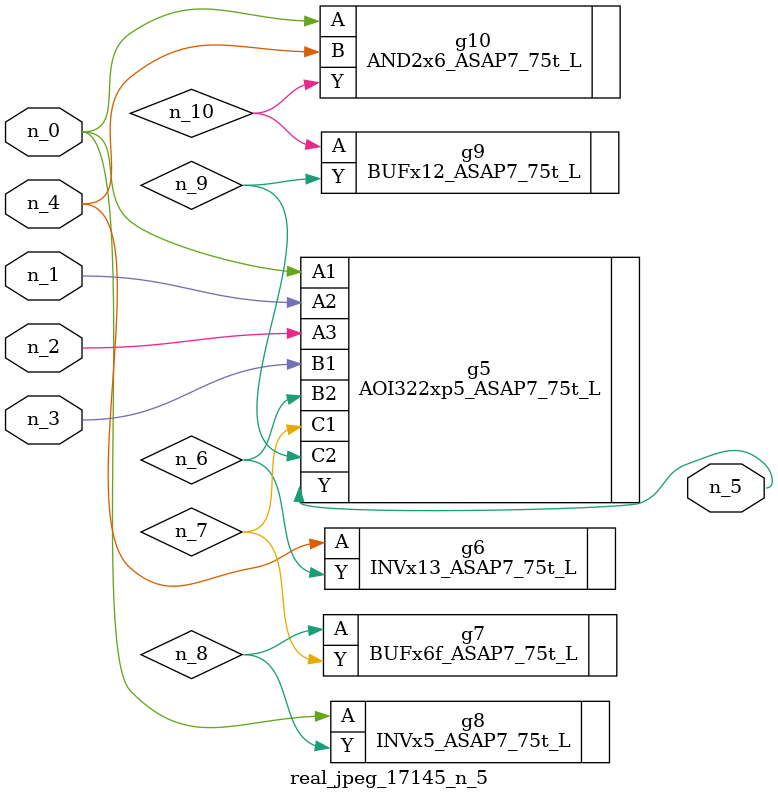
<source format=v>
module real_jpeg_17145_n_5 (n_4, n_0, n_1, n_2, n_3, n_5);

input n_4;
input n_0;
input n_1;
input n_2;
input n_3;

output n_5;

wire n_8;
wire n_6;
wire n_7;
wire n_10;
wire n_9;

AOI322xp5_ASAP7_75t_L g5 ( 
.A1(n_0),
.A2(n_1),
.A3(n_2),
.B1(n_3),
.B2(n_6),
.C1(n_7),
.C2(n_9),
.Y(n_5)
);

INVx5_ASAP7_75t_L g8 ( 
.A(n_0),
.Y(n_8)
);

AND2x6_ASAP7_75t_L g10 ( 
.A(n_0),
.B(n_4),
.Y(n_10)
);

INVx13_ASAP7_75t_L g6 ( 
.A(n_4),
.Y(n_6)
);

BUFx6f_ASAP7_75t_L g7 ( 
.A(n_8),
.Y(n_7)
);

BUFx12_ASAP7_75t_L g9 ( 
.A(n_10),
.Y(n_9)
);


endmodule
</source>
